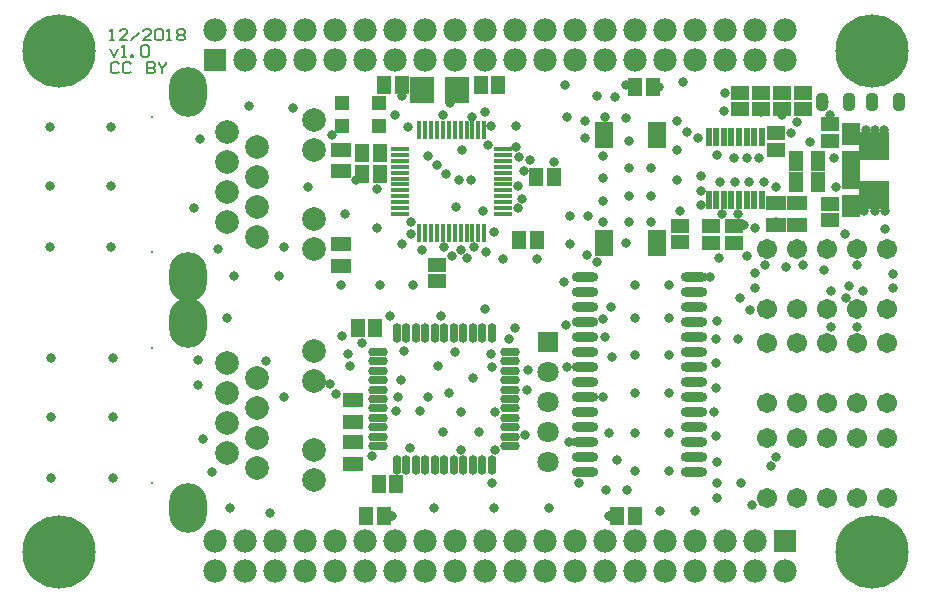
<source format=gts>
G04 Layer_Color=20142*
%FSLAX25Y25*%
%MOIN*%
G70*
G01*
G75*
%ADD57C,0.00591*%
%ADD58R,0.05131X0.06115*%
%ADD59R,0.04934X0.06509*%
G04:AMPARAMS|DCode=60|XSize=38mil|YSize=59.18mil|CornerRadius=11.5mil|HoleSize=0mil|Usage=FLASHONLY|Rotation=0.000|XOffset=0mil|YOffset=0mil|HoleType=Round|Shape=RoundedRectangle|*
%AMROUNDEDRECTD60*
21,1,0.03800,0.03618,0,0,0.0*
21,1,0.01500,0.05918,0,0,0.0*
1,1,0.02300,0.00750,-0.01809*
1,1,0.02300,-0.00750,-0.01809*
1,1,0.02300,-0.00750,0.01809*
1,1,0.02300,0.00750,0.01809*
%
%ADD60ROUNDEDRECTD60*%
%ADD61R,0.06115X0.04934*%
%ADD62R,0.06115X0.05131*%
%ADD63R,0.05918X0.02769*%
%ADD64R,0.05918X0.07690*%
%ADD65R,0.09855X0.09658*%
%ADD66R,0.06509X0.04934*%
%ADD67R,0.02300X0.06300*%
%ADD68R,0.04934X0.06115*%
%ADD69R,0.06300X0.09100*%
%ADD70R,0.07887X0.09068*%
%ADD71R,0.05918X0.01784*%
%ADD72R,0.01784X0.05918*%
%ADD73O,0.08871X0.03162*%
%ADD74O,0.06509X0.02965*%
%ADD75O,0.02965X0.06509*%
%ADD76R,0.04737X0.04737*%
%ADD77C,0.07099*%
%ADD78R,0.07099X0.07099*%
%ADD79C,0.00800*%
%ADD80O,0.12611X0.16548*%
%ADD81C,0.07887*%
%ADD82C,0.06706*%
%ADD83C,0.07800*%
%ADD84R,0.07800X0.07800*%
%ADD85C,0.24422*%
%ADD86C,0.03162*%
%ADD87C,0.05800*%
D57*
X132124Y275780D02*
X131468Y276436D01*
X130156D01*
X129500Y275780D01*
Y273156D01*
X130156Y272500D01*
X131468D01*
X132124Y273156D01*
X136060Y275780D02*
X135404Y276436D01*
X134092D01*
X133436Y275780D01*
Y273156D01*
X134092Y272500D01*
X135404D01*
X136060Y273156D01*
X141307Y276436D02*
Y272500D01*
X143275D01*
X143931Y273156D01*
Y273812D01*
X143275Y274468D01*
X141307D01*
X143275D01*
X143931Y275124D01*
Y275780D01*
X143275Y276436D01*
X141307D01*
X145243D02*
Y275780D01*
X146555Y274468D01*
X147867Y275780D01*
Y276436D01*
X146555Y274468D02*
Y272500D01*
X129000Y280624D02*
X130312Y278000D01*
X131624Y280624D01*
X132936Y278000D02*
X134248D01*
X133592D01*
Y281936D01*
X132936Y281280D01*
X136215Y278000D02*
Y278656D01*
X136872D01*
Y278000D01*
X136215D01*
X139495Y281280D02*
X140151Y281936D01*
X141463D01*
X142119Y281280D01*
Y278656D01*
X141463Y278000D01*
X140151D01*
X139495Y278656D01*
Y281280D01*
X129000Y283500D02*
X130312D01*
X129656D01*
Y287436D01*
X129000Y286780D01*
X134904Y283500D02*
X132280D01*
X134904Y286124D01*
Y286780D01*
X134248Y287436D01*
X132936D01*
X132280Y286780D01*
X136215Y283500D02*
X138839Y286124D01*
X142775Y283500D02*
X140151D01*
X142775Y286124D01*
Y286780D01*
X142119Y287436D01*
X140807D01*
X140151Y286780D01*
X144087D02*
X144743Y287436D01*
X146055D01*
X146711Y286780D01*
Y284156D01*
X146055Y283500D01*
X144743D01*
X144087Y284156D01*
Y286780D01*
X148023Y283500D02*
X149335D01*
X148679D01*
Y287436D01*
X148023Y286780D01*
X151303D02*
X151959Y287436D01*
X153270D01*
X153926Y286780D01*
Y286124D01*
X153270Y285468D01*
X153926Y284812D01*
Y284156D01*
X153270Y283500D01*
X151959D01*
X151303Y284156D01*
Y284812D01*
X151959Y285468D01*
X151303Y286124D01*
Y286780D01*
X151959Y285468D02*
X153270D01*
D58*
X217256Y187500D02*
D03*
X211744D02*
D03*
X258256Y268500D02*
D03*
X252744D02*
D03*
X224256Y135500D02*
D03*
X218744D02*
D03*
D59*
X365142Y243300D02*
D03*
X357858D02*
D03*
X365142Y236300D02*
D03*
X357858D02*
D03*
D60*
X366571Y263000D02*
D03*
X375429D02*
D03*
X383071D02*
D03*
X391929D02*
D03*
D61*
X351000Y246847D02*
D03*
Y252753D02*
D03*
X337000Y221753D02*
D03*
Y215847D02*
D03*
X329500Y221753D02*
D03*
Y215847D02*
D03*
D62*
X369000Y229056D02*
D03*
Y223544D02*
D03*
Y250044D02*
D03*
Y255556D02*
D03*
X360000Y266056D02*
D03*
Y260544D02*
D03*
X353000Y266056D02*
D03*
Y260544D02*
D03*
X346000Y266056D02*
D03*
Y260544D02*
D03*
X339000Y266056D02*
D03*
Y260544D02*
D03*
X238000Y208756D02*
D03*
Y203244D02*
D03*
X319000Y216244D02*
D03*
Y221756D02*
D03*
D63*
X376193Y235182D02*
D03*
Y245418D02*
D03*
Y237741D02*
D03*
Y242859D02*
D03*
Y240300D02*
D03*
D64*
Y252406D02*
D03*
Y228194D02*
D03*
D65*
X383870Y232131D02*
D03*
Y248469D02*
D03*
D66*
X351000Y229442D02*
D03*
Y222158D02*
D03*
X358000Y229442D02*
D03*
Y222158D02*
D03*
X206000Y208358D02*
D03*
Y215642D02*
D03*
Y239858D02*
D03*
Y247142D02*
D03*
X210000Y149642D02*
D03*
Y142358D02*
D03*
Y163642D02*
D03*
Y156358D02*
D03*
D67*
X346250Y251300D02*
D03*
X343750D02*
D03*
X341250D02*
D03*
X338750D02*
D03*
X336200D02*
D03*
X333700D02*
D03*
X331200D02*
D03*
X328700D02*
D03*
Y230300D02*
D03*
X331200D02*
D03*
X333700D02*
D03*
X336200D02*
D03*
X338750D02*
D03*
X341250D02*
D03*
X343750D02*
D03*
X346250D02*
D03*
D68*
X304047Y268000D02*
D03*
X309953D02*
D03*
X271047Y238000D02*
D03*
X276953D02*
D03*
X265547Y217000D02*
D03*
X271453D02*
D03*
X303953Y125000D02*
D03*
X298047D02*
D03*
X214547D02*
D03*
X220453D02*
D03*
X218953Y239000D02*
D03*
X213047D02*
D03*
X218953Y246000D02*
D03*
X213047D02*
D03*
X220547Y268500D02*
D03*
X226453D02*
D03*
D69*
X311350Y216050D02*
D03*
Y251950D02*
D03*
X293650D02*
D03*
Y216050D02*
D03*
D70*
X233095Y267000D02*
D03*
X244905D02*
D03*
D71*
X225874Y229610D02*
D03*
Y231579D02*
D03*
X260126Y247327D02*
D03*
Y245358D02*
D03*
Y243390D02*
D03*
Y241421D02*
D03*
Y239453D02*
D03*
Y237484D02*
D03*
Y235516D02*
D03*
Y233547D02*
D03*
Y231579D02*
D03*
Y229610D02*
D03*
Y227642D02*
D03*
Y225673D02*
D03*
X225874D02*
D03*
Y227642D02*
D03*
Y233547D02*
D03*
Y235516D02*
D03*
Y237484D02*
D03*
Y239453D02*
D03*
Y241421D02*
D03*
Y243390D02*
D03*
Y245358D02*
D03*
Y247327D02*
D03*
D72*
X253827Y253500D02*
D03*
X232173D02*
D03*
X234142D02*
D03*
X236110D02*
D03*
X238079D02*
D03*
X240047D02*
D03*
X242016D02*
D03*
X243984D02*
D03*
X245953D02*
D03*
X247921D02*
D03*
X249890D02*
D03*
X251858D02*
D03*
X253827Y219374D02*
D03*
X251858D02*
D03*
X249890D02*
D03*
X247921D02*
D03*
X245953D02*
D03*
X243984D02*
D03*
X242016D02*
D03*
X240047D02*
D03*
X238079D02*
D03*
X236110D02*
D03*
X234142D02*
D03*
X232173D02*
D03*
D73*
X323610Y139500D02*
D03*
Y144500D02*
D03*
Y149500D02*
D03*
Y154500D02*
D03*
Y159500D02*
D03*
Y164500D02*
D03*
Y169500D02*
D03*
Y174500D02*
D03*
Y179500D02*
D03*
Y184500D02*
D03*
Y189500D02*
D03*
Y194500D02*
D03*
Y199500D02*
D03*
Y204500D02*
D03*
X287390Y139500D02*
D03*
Y144500D02*
D03*
Y149500D02*
D03*
Y154500D02*
D03*
Y159500D02*
D03*
Y164500D02*
D03*
Y169500D02*
D03*
Y174500D02*
D03*
Y179500D02*
D03*
Y184500D02*
D03*
Y189500D02*
D03*
Y194500D02*
D03*
Y199500D02*
D03*
Y204500D02*
D03*
D74*
X218453Y164000D02*
D03*
Y167150D02*
D03*
Y151402D02*
D03*
Y154551D02*
D03*
X262547Y179748D02*
D03*
Y176598D02*
D03*
Y173449D02*
D03*
Y170299D02*
D03*
Y167150D02*
D03*
Y164000D02*
D03*
Y160850D02*
D03*
Y157701D02*
D03*
Y154551D02*
D03*
Y151402D02*
D03*
Y148252D02*
D03*
X218453D02*
D03*
Y157701D02*
D03*
Y160850D02*
D03*
Y170299D02*
D03*
Y173449D02*
D03*
Y176598D02*
D03*
Y179748D02*
D03*
D75*
X256248Y141953D02*
D03*
X253098D02*
D03*
X249949D02*
D03*
X246799D02*
D03*
X243650D02*
D03*
X240500D02*
D03*
X237350D02*
D03*
X234201D02*
D03*
X231051D02*
D03*
X227902D02*
D03*
X224752D02*
D03*
Y186047D02*
D03*
X227902D02*
D03*
X231051D02*
D03*
X234201D02*
D03*
X237350D02*
D03*
X240500D02*
D03*
X243650D02*
D03*
X246799D02*
D03*
X249949D02*
D03*
X253098D02*
D03*
X256248D02*
D03*
D76*
X218701Y262500D02*
D03*
X206299D02*
D03*
X218701Y255000D02*
D03*
X206299D02*
D03*
D77*
X275000Y143000D02*
D03*
Y153000D02*
D03*
Y163000D02*
D03*
Y173000D02*
D03*
D78*
Y183000D02*
D03*
D79*
X143020Y258000D02*
D03*
Y213000D02*
D03*
Y136000D02*
D03*
Y181000D02*
D03*
D80*
X155028Y266189D02*
D03*
Y204811D02*
D03*
Y127811D02*
D03*
Y189189D02*
D03*
D81*
X168020Y253000D02*
D03*
X178020Y248000D02*
D03*
X168020Y243000D02*
D03*
X178020Y238000D02*
D03*
X168020Y233000D02*
D03*
X178020Y228000D02*
D03*
X168020Y223000D02*
D03*
X178020Y218000D02*
D03*
X197035Y256996D02*
D03*
Y246996D02*
D03*
Y224004D02*
D03*
Y214004D02*
D03*
Y137004D02*
D03*
Y147004D02*
D03*
Y169996D02*
D03*
Y179996D02*
D03*
X178020Y141000D02*
D03*
X168020Y146000D02*
D03*
X178020Y151000D02*
D03*
X168020Y156000D02*
D03*
X178020Y161000D02*
D03*
X168020Y166000D02*
D03*
X178020Y171000D02*
D03*
X168020Y176000D02*
D03*
D82*
X348000Y194000D02*
D03*
X358000D02*
D03*
X368000D02*
D03*
X378000D02*
D03*
X388000D02*
D03*
Y214000D02*
D03*
X378000D02*
D03*
X368000D02*
D03*
X358000D02*
D03*
X348000D02*
D03*
Y162500D02*
D03*
X358000D02*
D03*
X368000D02*
D03*
X378000D02*
D03*
X388000D02*
D03*
Y182500D02*
D03*
X378000D02*
D03*
X368000D02*
D03*
X358000D02*
D03*
X348000D02*
D03*
Y131000D02*
D03*
X358000D02*
D03*
X368000D02*
D03*
X378000D02*
D03*
X388000D02*
D03*
Y151000D02*
D03*
X378000D02*
D03*
X368000D02*
D03*
X358000D02*
D03*
X348000D02*
D03*
D83*
X224016Y116496D02*
D03*
Y106496D02*
D03*
X214016Y116496D02*
D03*
Y106496D02*
D03*
X204016Y116496D02*
D03*
Y106496D02*
D03*
X164016D02*
D03*
Y116496D02*
D03*
X174016Y106496D02*
D03*
Y116496D02*
D03*
X184016Y106496D02*
D03*
Y116496D02*
D03*
X194016Y106496D02*
D03*
Y116496D02*
D03*
X264016D02*
D03*
Y106496D02*
D03*
X254016Y116496D02*
D03*
Y106496D02*
D03*
X244016Y116496D02*
D03*
Y106496D02*
D03*
X234016Y116496D02*
D03*
Y106496D02*
D03*
X304016Y116496D02*
D03*
Y106496D02*
D03*
X294016Y116496D02*
D03*
Y106496D02*
D03*
X284016Y116496D02*
D03*
Y106496D02*
D03*
X274016Y116496D02*
D03*
Y106496D02*
D03*
X314016D02*
D03*
Y116496D02*
D03*
X324016Y106496D02*
D03*
Y116496D02*
D03*
X334016Y106496D02*
D03*
Y116496D02*
D03*
X344016Y106496D02*
D03*
Y116496D02*
D03*
X354016Y106496D02*
D03*
X294016Y277008D02*
D03*
Y287008D02*
D03*
X304016Y277008D02*
D03*
Y287008D02*
D03*
X314016Y277008D02*
D03*
Y287008D02*
D03*
X354016D02*
D03*
Y277008D02*
D03*
X344016Y287008D02*
D03*
Y277008D02*
D03*
X334016Y287008D02*
D03*
Y277008D02*
D03*
X324016Y287008D02*
D03*
Y277008D02*
D03*
X254016D02*
D03*
Y287008D02*
D03*
X264016Y277008D02*
D03*
Y287008D02*
D03*
X274016Y277008D02*
D03*
Y287008D02*
D03*
X284016Y277008D02*
D03*
Y287008D02*
D03*
X214016Y277008D02*
D03*
Y287008D02*
D03*
X224016Y277008D02*
D03*
Y287008D02*
D03*
X234016Y277008D02*
D03*
Y287008D02*
D03*
X244016Y277008D02*
D03*
Y287008D02*
D03*
X204016D02*
D03*
Y277008D02*
D03*
X194016Y287008D02*
D03*
Y277008D02*
D03*
X184016Y287008D02*
D03*
Y277008D02*
D03*
X174016Y287008D02*
D03*
Y277008D02*
D03*
X164016Y287008D02*
D03*
D84*
X354016Y116496D02*
D03*
X164016Y277008D02*
D03*
D85*
X112008Y112992D02*
D03*
Y280000D02*
D03*
X382992Y112992D02*
D03*
Y280000D02*
D03*
D86*
X202500Y169000D02*
D03*
X207500Y225500D02*
D03*
X350500Y246500D02*
D03*
X351000Y234800D02*
D03*
X301000Y257500D02*
D03*
X320000Y269500D02*
D03*
X321500Y253000D02*
D03*
X294000Y258000D02*
D03*
X211000Y237000D02*
D03*
X378000Y188000D02*
D03*
X369500Y200000D02*
D03*
X374500Y197500D02*
D03*
X369500Y188000D02*
D03*
X380000Y200000D02*
D03*
X367000Y207000D02*
D03*
X354500Y208000D02*
D03*
X390000Y201000D02*
D03*
Y205500D02*
D03*
X332000Y211000D02*
D03*
X206500Y185000D02*
D03*
X288000Y212000D02*
D03*
X282500Y215500D02*
D03*
X280500Y203000D02*
D03*
X281000Y188500D02*
D03*
X109500Y177500D02*
D03*
X130000D02*
D03*
X109500Y137500D02*
D03*
X130000D02*
D03*
Y158000D02*
D03*
X109500D02*
D03*
X109000Y235000D02*
D03*
X129500D02*
D03*
Y214500D02*
D03*
X109000D02*
D03*
X129500Y254500D02*
D03*
X109000D02*
D03*
X312500Y126500D02*
D03*
X324000D02*
D03*
X325000Y251000D02*
D03*
X318000Y237000D02*
D03*
Y247000D02*
D03*
Y256500D02*
D03*
X287500Y251000D02*
D03*
Y256500D02*
D03*
X277000Y243000D02*
D03*
X218000Y221000D02*
D03*
X252000Y153000D02*
D03*
X240000D02*
D03*
X275500Y127500D02*
D03*
X257000D02*
D03*
X237000D02*
D03*
X256500Y136000D02*
D03*
X206000Y202000D02*
D03*
X219000D02*
D03*
X230000D02*
D03*
X239500Y191500D02*
D03*
X262000Y184000D02*
D03*
X250000Y171000D02*
D03*
X268000Y167000D02*
D03*
X222500Y191500D02*
D03*
X213000Y182500D02*
D03*
X238500Y175000D02*
D03*
X242000Y166000D02*
D03*
X235000Y164500D02*
D03*
X225000D02*
D03*
X216500Y145000D02*
D03*
X229000Y147500D02*
D03*
X246000Y159500D02*
D03*
Y147000D02*
D03*
X257500D02*
D03*
Y159500D02*
D03*
X315500Y202000D02*
D03*
Y191000D02*
D03*
Y178500D02*
D03*
Y166000D02*
D03*
Y152500D02*
D03*
Y140000D02*
D03*
X304000D02*
D03*
Y152500D02*
D03*
Y166000D02*
D03*
X294000Y184500D02*
D03*
X304000Y178500D02*
D03*
Y191000D02*
D03*
Y202000D02*
D03*
X309500Y223000D02*
D03*
Y231500D02*
D03*
Y241000D02*
D03*
X302000Y223000D02*
D03*
Y231500D02*
D03*
Y241000D02*
D03*
Y250000D02*
D03*
X293500Y245000D02*
D03*
Y237500D02*
D03*
Y230000D02*
D03*
X301000Y216000D02*
D03*
X293500Y223000D02*
D03*
X383000Y262500D02*
D03*
X367000Y263000D02*
D03*
X387500Y220500D02*
D03*
X374000Y219000D02*
D03*
X358500Y222000D02*
D03*
X351000Y223000D02*
D03*
X282500Y225000D02*
D03*
X288500D02*
D03*
X301500Y133500D02*
D03*
X218000Y234000D02*
D03*
X371000Y234500D02*
D03*
X319000Y226500D02*
D03*
X340500Y222000D02*
D03*
X291500Y265000D02*
D03*
X301000Y268500D02*
D03*
X297500Y264500D02*
D03*
X334000Y266000D02*
D03*
X351000Y144500D02*
D03*
X349500Y141500D02*
D03*
X344000Y221000D02*
D03*
X341500Y211500D02*
D03*
X344000Y206000D02*
D03*
X264000Y187500D02*
D03*
X204500Y165500D02*
D03*
X254000Y194000D02*
D03*
X293500Y164500D02*
D03*
X294500Y133500D02*
D03*
X256000Y179000D02*
D03*
X232500Y160000D02*
D03*
X224500D02*
D03*
X227000Y180000D02*
D03*
X291500Y209500D02*
D03*
X282000Y149500D02*
D03*
X329000Y204500D02*
D03*
X296500Y178000D02*
D03*
X285500Y136000D02*
D03*
X331500Y131000D02*
D03*
Y136000D02*
D03*
X281500Y174500D02*
D03*
X267500Y152000D02*
D03*
X296000Y194500D02*
D03*
X293500Y190500D02*
D03*
X226000Y170299D02*
D03*
X256500Y174500D02*
D03*
X244000Y179748D02*
D03*
X338500Y184000D02*
D03*
X331000D02*
D03*
X331500Y190000D02*
D03*
X339000Y197500D02*
D03*
X339500Y136000D02*
D03*
X343000Y128500D02*
D03*
X378000Y208500D02*
D03*
X360000D02*
D03*
X347500D02*
D03*
X375500Y201500D02*
D03*
X342500Y193500D02*
D03*
X344000Y201000D02*
D03*
X331500Y143000D02*
D03*
X331000Y151500D02*
D03*
X330500Y159500D02*
D03*
X331000Y167500D02*
D03*
Y176000D02*
D03*
X229500Y223000D02*
D03*
X203095Y251890D02*
D03*
X338500Y225800D02*
D03*
X280902Y268500D02*
D03*
X281500Y258000D02*
D03*
X312000Y268000D02*
D03*
X249862Y257862D02*
D03*
X254000Y259500D02*
D03*
X244500Y228000D02*
D03*
X246500Y247000D02*
D03*
X235000Y245000D02*
D03*
X238000Y242000D02*
D03*
X241000Y239000D02*
D03*
X269000Y243500D02*
D03*
X267000Y240000D02*
D03*
X264500Y248000D02*
D03*
X265000Y235000D02*
D03*
X266500Y230500D02*
D03*
X265000Y227500D02*
D03*
X265500Y244500D02*
D03*
X242500Y262500D02*
D03*
X226500Y215500D02*
D03*
X255000Y248500D02*
D03*
X240000Y258500D02*
D03*
X254500Y213000D02*
D03*
X243000Y211500D02*
D03*
X246000Y213500D02*
D03*
X248000Y211000D02*
D03*
X250500Y214500D02*
D03*
X240500D02*
D03*
X295500Y125000D02*
D03*
X223000D02*
D03*
X257000Y219500D02*
D03*
X229500Y219000D02*
D03*
X226500Y265000D02*
D03*
X224000Y258500D02*
D03*
X256000Y255000D02*
D03*
X249500Y237000D02*
D03*
X245500D02*
D03*
X228500Y254500D02*
D03*
X253500Y226500D02*
D03*
X362500Y249800D02*
D03*
X333000Y225800D02*
D03*
X370500Y244300D02*
D03*
X326000Y238300D02*
D03*
Y233300D02*
D03*
Y228800D02*
D03*
X341500Y244300D02*
D03*
X345500D02*
D03*
X332500Y236300D02*
D03*
X337500D02*
D03*
X342000D02*
D03*
X347000D02*
D03*
X369000Y258800D02*
D03*
X380500Y226800D02*
D03*
X384000D02*
D03*
X387500D02*
D03*
X381000Y253800D02*
D03*
X384000D02*
D03*
X387000D02*
D03*
X356000Y252800D02*
D03*
X337000Y244300D02*
D03*
X333700Y260000D02*
D03*
X346000Y259800D02*
D03*
X353000Y258820D02*
D03*
X358000Y256300D02*
D03*
X331500Y245300D02*
D03*
X271500Y210500D02*
D03*
X233000Y213500D02*
D03*
X260000Y210500D02*
D03*
X264500Y255000D02*
D03*
X170500Y205000D02*
D03*
X185500D02*
D03*
X168000Y191000D02*
D03*
X187000Y164500D02*
D03*
X295500Y152500D02*
D03*
X298000Y143500D02*
D03*
X209057Y175000D02*
D03*
X208500Y179000D02*
D03*
X181000Y176500D02*
D03*
X190000Y261000D02*
D03*
X175500Y261500D02*
D03*
X195000Y234500D02*
D03*
X187000Y214500D02*
D03*
X165000Y214000D02*
D03*
X157000Y227500D02*
D03*
X159000Y250500D02*
D03*
X158500Y177000D02*
D03*
Y168500D02*
D03*
X160000Y150500D02*
D03*
X163000Y139500D02*
D03*
X169000Y127500D02*
D03*
X182500Y126000D02*
D03*
X268500Y173500D02*
D03*
D87*
X382984Y288500D02*
D03*
X374492Y279992D02*
D03*
X383000Y271500D02*
D03*
X391492Y280008D02*
D03*
X389484Y286008D02*
D03*
X376984Y286492D02*
D03*
X376500Y273992D02*
D03*
X389000Y273508D02*
D03*
X382984Y121492D02*
D03*
X374492Y112984D02*
D03*
X383000Y104492D02*
D03*
X391492Y113000D02*
D03*
X389484Y119000D02*
D03*
X376984Y119484D02*
D03*
X376500Y106984D02*
D03*
X389000Y106500D02*
D03*
X112000Y121492D02*
D03*
X103508Y112984D02*
D03*
X112016Y104492D02*
D03*
X120508Y113000D02*
D03*
X118500Y119000D02*
D03*
X106000Y119484D02*
D03*
X105516Y106984D02*
D03*
X118016Y106500D02*
D03*
Y273508D02*
D03*
X105516Y273992D02*
D03*
X106000Y286492D02*
D03*
X118500Y286008D02*
D03*
X120508Y280008D02*
D03*
X112016Y271500D02*
D03*
X103508Y279992D02*
D03*
X112000Y288500D02*
D03*
M02*

</source>
